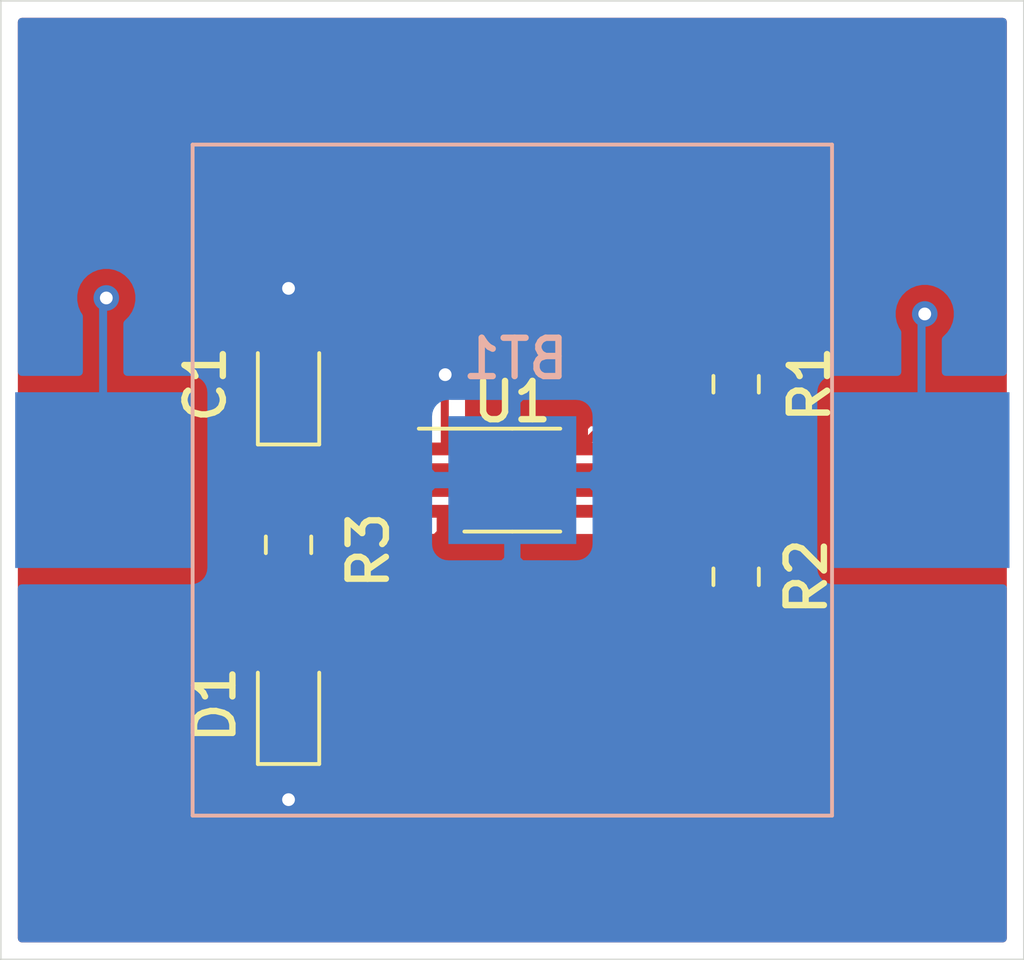
<source format=kicad_pcb>
(kicad_pcb (version 20171130) (host pcbnew "(5.1.6)-1")

  (general
    (thickness 1.6)
    (drawings 4)
    (tracks 29)
    (zones 0)
    (modules 7)
    (nets 7)
  )

  (page A4)
  (layers
    (0 F.Cu signal)
    (31 B.Cu signal)
    (32 B.Adhes user)
    (33 F.Adhes user)
    (34 B.Paste user)
    (35 F.Paste user)
    (36 B.SilkS user)
    (37 F.SilkS user)
    (38 B.Mask user)
    (39 F.Mask user)
    (40 Dwgs.User user)
    (41 Cmts.User user)
    (42 Eco1.User user)
    (43 Eco2.User user)
    (44 Edge.Cuts user)
    (45 Margin user)
    (46 B.CrtYd user)
    (47 F.CrtYd user)
    (48 B.Fab user hide)
    (49 F.Fab user hide)
  )

  (setup
    (last_trace_width 0.25)
    (trace_clearance 0.2)
    (zone_clearance 0.508)
    (zone_45_only no)
    (trace_min 0.2)
    (via_size 0.8)
    (via_drill 0.4)
    (via_min_size 0.4)
    (via_min_drill 0.3)
    (uvia_size 0.3)
    (uvia_drill 0.1)
    (uvias_allowed no)
    (uvia_min_size 0.2)
    (uvia_min_drill 0.1)
    (edge_width 0.05)
    (segment_width 0.2)
    (pcb_text_width 0.3)
    (pcb_text_size 1.5 1.5)
    (mod_edge_width 0.12)
    (mod_text_size 1.2 1.2)
    (mod_text_width 0.2)
    (pad_size 1.524 1.524)
    (pad_drill 0.762)
    (pad_to_mask_clearance 0.05)
    (aux_axis_origin 0 0)
    (visible_elements 7FFFFFFF)
    (pcbplotparams
      (layerselection 0x010fc_ffffffff)
      (usegerberextensions false)
      (usegerberattributes true)
      (usegerberadvancedattributes true)
      (creategerberjobfile true)
      (excludeedgelayer true)
      (linewidth 0.100000)
      (plotframeref false)
      (viasonmask false)
      (mode 1)
      (useauxorigin false)
      (hpglpennumber 1)
      (hpglpenspeed 20)
      (hpglpendiameter 15.000000)
      (psnegative false)
      (psa4output false)
      (plotreference true)
      (plotvalue false)
      (plotinvisibletext false)
      (padsonsilk false)
      (subtractmaskfromsilk false)
      (outputformat 1)
      (mirror false)
      (drillshape 0)
      (scaleselection 1)
      (outputdirectory "Tutorial Gerber/"))
  )

  (net 0 "")
  (net 1 GND)
  (net 2 "Net-(C1-Pad1)")
  (net 3 "Net-(D1-Pad2)")
  (net 4 "Net-(R1-Pad2)")
  (net 5 "Net-(R3-Pad1)")
  (net 6 /VDD)

  (net_class Default "This is the default net class."
    (clearance 0.2)
    (trace_width 0.25)
    (via_dia 0.8)
    (via_drill 0.4)
    (uvia_dia 0.3)
    (uvia_drill 0.1)
    (add_net /VDD)
    (add_net GND)
    (add_net "Net-(C1-Pad1)")
    (add_net "Net-(D1-Pad2)")
    (add_net "Net-(R1-Pad2)")
    (add_net "Net-(R3-Pad1)")
  )

  (module Package_SO:MSOP-8_3x3mm_P0.65mm (layer F.Cu) (tedit 5E509FDD) (tstamp 5F57775C)
    (at 161 87)
    (descr "MSOP, 8 Pin (https://www.jedec.org/system/files/docs/mo-187F.pdf variant AA), generated with kicad-footprint-generator ipc_gullwing_generator.py")
    (tags "MSOP SO")
    (path /5F56E10D)
    (attr smd)
    (fp_text reference U1 (at 0 -2.45) (layer F.SilkS)
      (effects (font (size 1.2 1.2) (thickness 0.2)))
    )
    (fp_text value 7555 (at 0 2.45) (layer F.Fab) hide
      (effects (font (size 1 1) (thickness 0.15)))
    )
    (fp_line (start 3.18 -1.75) (end -3.18 -1.75) (layer F.CrtYd) (width 0.05))
    (fp_line (start 3.18 1.75) (end 3.18 -1.75) (layer F.CrtYd) (width 0.05))
    (fp_line (start -3.18 1.75) (end 3.18 1.75) (layer F.CrtYd) (width 0.05))
    (fp_line (start -3.18 -1.75) (end -3.18 1.75) (layer F.CrtYd) (width 0.05))
    (fp_line (start -1.5 -0.75) (end -0.75 -1.5) (layer F.Fab) (width 0.1))
    (fp_line (start -1.5 1.5) (end -1.5 -0.75) (layer F.Fab) (width 0.1))
    (fp_line (start 1.5 1.5) (end -1.5 1.5) (layer F.Fab) (width 0.1))
    (fp_line (start 1.5 -1.5) (end 1.5 1.5) (layer F.Fab) (width 0.1))
    (fp_line (start -0.75 -1.5) (end 1.5 -1.5) (layer F.Fab) (width 0.1))
    (fp_line (start 0 -1.61) (end -2.925 -1.61) (layer F.SilkS) (width 0.12))
    (fp_line (start 0 -1.61) (end 1.5 -1.61) (layer F.SilkS) (width 0.12))
    (fp_line (start 0 1.61) (end -1.5 1.61) (layer F.SilkS) (width 0.12))
    (fp_line (start 0 1.61) (end 1.5 1.61) (layer F.SilkS) (width 0.12))
    (fp_text user %R (at 0 0) (layer F.Fab)
      (effects (font (size 1 1) (thickness 0.15)))
    )
    (pad 8 smd roundrect (at 2.1125 -0.975) (size 1.625 0.4) (layers F.Cu F.Paste F.Mask) (roundrect_rratio 0.25)
      (net 6 /VDD))
    (pad 7 smd roundrect (at 2.1125 -0.325) (size 1.625 0.4) (layers F.Cu F.Paste F.Mask) (roundrect_rratio 0.25)
      (net 4 "Net-(R1-Pad2)"))
    (pad 6 smd roundrect (at 2.1125 0.325) (size 1.625 0.4) (layers F.Cu F.Paste F.Mask) (roundrect_rratio 0.25)
      (net 2 "Net-(C1-Pad1)"))
    (pad 5 smd roundrect (at 2.1125 0.975) (size 1.625 0.4) (layers F.Cu F.Paste F.Mask) (roundrect_rratio 0.25))
    (pad 4 smd roundrect (at -2.1125 0.975) (size 1.625 0.4) (layers F.Cu F.Paste F.Mask) (roundrect_rratio 0.25)
      (net 6 /VDD))
    (pad 3 smd roundrect (at -2.1125 0.325) (size 1.625 0.4) (layers F.Cu F.Paste F.Mask) (roundrect_rratio 0.25)
      (net 5 "Net-(R3-Pad1)"))
    (pad 2 smd roundrect (at -2.1125 -0.325) (size 1.625 0.4) (layers F.Cu F.Paste F.Mask) (roundrect_rratio 0.25)
      (net 2 "Net-(C1-Pad1)"))
    (pad 1 smd roundrect (at -2.1125 -0.975) (size 1.625 0.4) (layers F.Cu F.Paste F.Mask) (roundrect_rratio 0.25)
      (net 1 GND))
    (model ${KISYS3DMOD}/Package_SO.3dshapes/MSOP-8_3x3mm_P0.65mm.wrl
      (at (xyz 0 0 0))
      (scale (xyz 1 1 1))
      (rotate (xyz 0 0 0))
    )
  )

  (module Resistor_SMD:R_0805_2012Metric_Pad1.15x1.40mm_HandSolder (layer F.Cu) (tedit 5B36C52B) (tstamp 5F573810)
    (at 154 89.025 270)
    (descr "Resistor SMD 0805 (2012 Metric), square (rectangular) end terminal, IPC_7351 nominal with elongated pad for handsoldering. (Body size source: https://docs.google.com/spreadsheets/d/1BsfQQcO9C6DZCsRaXUlFlo91Tg2WpOkGARC1WS5S8t0/edit?usp=sharing), generated with kicad-footprint-generator")
    (tags "resistor handsolder")
    (path /5F570CF9)
    (attr smd)
    (fp_text reference R3 (at 0.175 -2.5 90) (layer F.SilkS)
      (effects (font (size 1.2 1.2) (thickness 0.2)))
    )
    (fp_text value 1K (at 0 1.65 90) (layer F.Fab) hide
      (effects (font (size 1 1) (thickness 0.15)))
    )
    (fp_line (start 1.85 0.95) (end -1.85 0.95) (layer F.CrtYd) (width 0.05))
    (fp_line (start 1.85 -0.95) (end 1.85 0.95) (layer F.CrtYd) (width 0.05))
    (fp_line (start -1.85 -0.95) (end 1.85 -0.95) (layer F.CrtYd) (width 0.05))
    (fp_line (start -1.85 0.95) (end -1.85 -0.95) (layer F.CrtYd) (width 0.05))
    (fp_line (start -0.261252 0.71) (end 0.261252 0.71) (layer F.SilkS) (width 0.12))
    (fp_line (start -0.261252 -0.71) (end 0.261252 -0.71) (layer F.SilkS) (width 0.12))
    (fp_line (start 1 0.6) (end -1 0.6) (layer F.Fab) (width 0.1))
    (fp_line (start 1 -0.6) (end 1 0.6) (layer F.Fab) (width 0.1))
    (fp_line (start -1 -0.6) (end 1 -0.6) (layer F.Fab) (width 0.1))
    (fp_line (start -1 0.6) (end -1 -0.6) (layer F.Fab) (width 0.1))
    (fp_text user %R (at 0 0 90) (layer F.Fab)
      (effects (font (size 1 1) (thickness 0.15)))
    )
    (pad 2 smd roundrect (at 1.025 0 270) (size 1.15 1.4) (layers F.Cu F.Paste F.Mask) (roundrect_rratio 0.217391)
      (net 3 "Net-(D1-Pad2)"))
    (pad 1 smd roundrect (at -1.025 0 270) (size 1.15 1.4) (layers F.Cu F.Paste F.Mask) (roundrect_rratio 0.217391)
      (net 5 "Net-(R3-Pad1)"))
    (model ${KISYS3DMOD}/Resistor_SMD.3dshapes/R_0805_2012Metric.wrl
      (at (xyz 0 0 0))
      (scale (xyz 1 1 1))
      (rotate (xyz 0 0 0))
    )
  )

  (module Resistor_SMD:R_0805_2012Metric_Pad1.15x1.40mm_HandSolder (layer F.Cu) (tedit 5B36C52B) (tstamp 5F5737FF)
    (at 168 90.025 270)
    (descr "Resistor SMD 0805 (2012 Metric), square (rectangular) end terminal, IPC_7351 nominal with elongated pad for handsoldering. (Body size source: https://docs.google.com/spreadsheets/d/1BsfQQcO9C6DZCsRaXUlFlo91Tg2WpOkGARC1WS5S8t0/edit?usp=sharing), generated with kicad-footprint-generator")
    (tags "resistor handsolder")
    (path /5F5709CB)
    (attr smd)
    (fp_text reference R2 (at 0 -2.2 90) (layer F.SilkS)
      (effects (font (size 1.2 1.2) (thickness 0.2)))
    )
    (fp_text value 470K (at 0 1.65 90) (layer F.Fab) hide
      (effects (font (size 1 1) (thickness 0.15)))
    )
    (fp_line (start 1.85 0.95) (end -1.85 0.95) (layer F.CrtYd) (width 0.05))
    (fp_line (start 1.85 -0.95) (end 1.85 0.95) (layer F.CrtYd) (width 0.05))
    (fp_line (start -1.85 -0.95) (end 1.85 -0.95) (layer F.CrtYd) (width 0.05))
    (fp_line (start -1.85 0.95) (end -1.85 -0.95) (layer F.CrtYd) (width 0.05))
    (fp_line (start -0.261252 0.71) (end 0.261252 0.71) (layer F.SilkS) (width 0.12))
    (fp_line (start -0.261252 -0.71) (end 0.261252 -0.71) (layer F.SilkS) (width 0.12))
    (fp_line (start 1 0.6) (end -1 0.6) (layer F.Fab) (width 0.1))
    (fp_line (start 1 -0.6) (end 1 0.6) (layer F.Fab) (width 0.1))
    (fp_line (start -1 -0.6) (end 1 -0.6) (layer F.Fab) (width 0.1))
    (fp_line (start -1 0.6) (end -1 -0.6) (layer F.Fab) (width 0.1))
    (fp_text user %R (at 0 0 90) (layer F.Fab)
      (effects (font (size 1 1) (thickness 0.15)))
    )
    (pad 2 smd roundrect (at 1.025 0 270) (size 1.15 1.4) (layers F.Cu F.Paste F.Mask) (roundrect_rratio 0.217391)
      (net 2 "Net-(C1-Pad1)"))
    (pad 1 smd roundrect (at -1.025 0 270) (size 1.15 1.4) (layers F.Cu F.Paste F.Mask) (roundrect_rratio 0.217391)
      (net 4 "Net-(R1-Pad2)"))
    (model ${KISYS3DMOD}/Resistor_SMD.3dshapes/R_0805_2012Metric.wrl
      (at (xyz 0 0 0))
      (scale (xyz 1 1 1))
      (rotate (xyz 0 0 0))
    )
  )

  (module Resistor_SMD:R_0805_2012Metric_Pad1.15x1.40mm_HandSolder (layer F.Cu) (tedit 5B36C52B) (tstamp 5F5737EE)
    (at 168 84 270)
    (descr "Resistor SMD 0805 (2012 Metric), square (rectangular) end terminal, IPC_7351 nominal with elongated pad for handsoldering. (Body size source: https://docs.google.com/spreadsheets/d/1BsfQQcO9C6DZCsRaXUlFlo91Tg2WpOkGARC1WS5S8t0/edit?usp=sharing), generated with kicad-footprint-generator")
    (tags "resistor handsolder")
    (path /5F56FD10)
    (attr smd)
    (fp_text reference R1 (at 0 -2.3 90) (layer F.SilkS)
      (effects (font (size 1.2 1.2) (thickness 0.2)))
    )
    (fp_text value 1K (at 0 1.65 90) (layer F.Fab) hide
      (effects (font (size 1 1) (thickness 0.15)))
    )
    (fp_line (start 1.85 0.95) (end -1.85 0.95) (layer F.CrtYd) (width 0.05))
    (fp_line (start 1.85 -0.95) (end 1.85 0.95) (layer F.CrtYd) (width 0.05))
    (fp_line (start -1.85 -0.95) (end 1.85 -0.95) (layer F.CrtYd) (width 0.05))
    (fp_line (start -1.85 0.95) (end -1.85 -0.95) (layer F.CrtYd) (width 0.05))
    (fp_line (start -0.261252 0.71) (end 0.261252 0.71) (layer F.SilkS) (width 0.12))
    (fp_line (start -0.261252 -0.71) (end 0.261252 -0.71) (layer F.SilkS) (width 0.12))
    (fp_line (start 1 0.6) (end -1 0.6) (layer F.Fab) (width 0.1))
    (fp_line (start 1 -0.6) (end 1 0.6) (layer F.Fab) (width 0.1))
    (fp_line (start -1 -0.6) (end 1 -0.6) (layer F.Fab) (width 0.1))
    (fp_line (start -1 0.6) (end -1 -0.6) (layer F.Fab) (width 0.1))
    (fp_text user %R (at 0 0 90) (layer F.Fab)
      (effects (font (size 1 1) (thickness 0.15)))
    )
    (pad 2 smd roundrect (at 1.025 0 270) (size 1.15 1.4) (layers F.Cu F.Paste F.Mask) (roundrect_rratio 0.217391)
      (net 4 "Net-(R1-Pad2)"))
    (pad 1 smd roundrect (at -1.025 0 270) (size 1.15 1.4) (layers F.Cu F.Paste F.Mask) (roundrect_rratio 0.217391)
      (net 6 /VDD))
    (model ${KISYS3DMOD}/Resistor_SMD.3dshapes/R_0805_2012Metric.wrl
      (at (xyz 0 0 0))
      (scale (xyz 1 1 1))
      (rotate (xyz 0 0 0))
    )
  )

  (module LED_SMD:LED_0805_2012Metric_Pad1.15x1.40mm_HandSolder (layer F.Cu) (tedit 5B4B45C9) (tstamp 5F5737DD)
    (at 154 94.025 90)
    (descr "LED SMD 0805 (2012 Metric), square (rectangular) end terminal, IPC_7351 nominal, (Body size source: https://docs.google.com/spreadsheets/d/1BsfQQcO9C6DZCsRaXUlFlo91Tg2WpOkGARC1WS5S8t0/edit?usp=sharing), generated with kicad-footprint-generator")
    (tags "LED handsolder")
    (path /5F571A30)
    (attr smd)
    (fp_text reference D1 (at 0 -2.3 90) (layer F.SilkS)
      (effects (font (size 1.2 1.2) (thickness 0.2)))
    )
    (fp_text value LED (at 0 1.65 90) (layer F.Fab) hide
      (effects (font (size 1 1) (thickness 0.15)))
    )
    (fp_line (start 1.85 0.95) (end -1.85 0.95) (layer F.CrtYd) (width 0.05))
    (fp_line (start 1.85 -0.95) (end 1.85 0.95) (layer F.CrtYd) (width 0.05))
    (fp_line (start -1.85 -0.95) (end 1.85 -0.95) (layer F.CrtYd) (width 0.05))
    (fp_line (start -1.85 0.95) (end -1.85 -0.95) (layer F.CrtYd) (width 0.05))
    (fp_line (start -1.86 0.96) (end 1 0.96) (layer F.SilkS) (width 0.12))
    (fp_line (start -1.86 -0.96) (end -1.86 0.96) (layer F.SilkS) (width 0.12))
    (fp_line (start 1 -0.96) (end -1.86 -0.96) (layer F.SilkS) (width 0.12))
    (fp_line (start 1 0.6) (end 1 -0.6) (layer F.Fab) (width 0.1))
    (fp_line (start -1 0.6) (end 1 0.6) (layer F.Fab) (width 0.1))
    (fp_line (start -1 -0.3) (end -1 0.6) (layer F.Fab) (width 0.1))
    (fp_line (start -0.7 -0.6) (end -1 -0.3) (layer F.Fab) (width 0.1))
    (fp_line (start 1 -0.6) (end -0.7 -0.6) (layer F.Fab) (width 0.1))
    (fp_text user %R (at 0 0 90) (layer F.Fab)
      (effects (font (size 1 1) (thickness 0.15)))
    )
    (pad 2 smd roundrect (at 1.025 0 90) (size 1.15 1.4) (layers F.Cu F.Paste F.Mask) (roundrect_rratio 0.217391)
      (net 3 "Net-(D1-Pad2)"))
    (pad 1 smd roundrect (at -1.025 0 90) (size 1.15 1.4) (layers F.Cu F.Paste F.Mask) (roundrect_rratio 0.217391)
      (net 1 GND))
    (model ${KISYS3DMOD}/LED_SMD.3dshapes/LED_0805_2012Metric.wrl
      (at (xyz 0 0 0))
      (scale (xyz 1 1 1))
      (rotate (xyz 0 0 0))
    )
  )

  (module LED_SMD:LED_0805_2012Metric_Pad1.15x1.40mm_HandSolder (layer F.Cu) (tedit 5B4B45C9) (tstamp 5F57AA4B)
    (at 154 84.025 90)
    (descr "LED SMD 0805 (2012 Metric), square (rectangular) end terminal, IPC_7351 nominal, (Body size source: https://docs.google.com/spreadsheets/d/1BsfQQcO9C6DZCsRaXUlFlo91Tg2WpOkGARC1WS5S8t0/edit?usp=sharing), generated with kicad-footprint-generator")
    (tags "LED handsolder")
    (path /5F571065)
    (attr smd)
    (fp_text reference C1 (at 0.025 -2.6 90) (layer F.SilkS)
      (effects (font (size 1.2 1.2) (thickness 0.2)))
    )
    (fp_text value 1U (at 0 1.65 90) (layer F.Fab) hide
      (effects (font (size 1 1) (thickness 0.15)))
    )
    (fp_line (start 1.85 0.95) (end -1.85 0.95) (layer F.CrtYd) (width 0.05))
    (fp_line (start 1.85 -0.95) (end 1.85 0.95) (layer F.CrtYd) (width 0.05))
    (fp_line (start -1.85 -0.95) (end 1.85 -0.95) (layer F.CrtYd) (width 0.05))
    (fp_line (start -1.85 0.95) (end -1.85 -0.95) (layer F.CrtYd) (width 0.05))
    (fp_line (start -1.86 0.96) (end 1 0.96) (layer F.SilkS) (width 0.12))
    (fp_line (start -1.86 -0.96) (end -1.86 0.96) (layer F.SilkS) (width 0.12))
    (fp_line (start 1 -0.96) (end -1.86 -0.96) (layer F.SilkS) (width 0.12))
    (fp_line (start 1 0.6) (end 1 -0.6) (layer F.Fab) (width 0.1))
    (fp_line (start -1 0.6) (end 1 0.6) (layer F.Fab) (width 0.1))
    (fp_line (start -1 -0.3) (end -1 0.6) (layer F.Fab) (width 0.1))
    (fp_line (start -0.7 -0.6) (end -1 -0.3) (layer F.Fab) (width 0.1))
    (fp_line (start 1 -0.6) (end -0.7 -0.6) (layer F.Fab) (width 0.1))
    (fp_text user %R (at 0 0 90) (layer F.Fab)
      (effects (font (size 1 1) (thickness 0.15)))
    )
    (pad 2 smd roundrect (at 1.025 0 90) (size 1.15 1.4) (layers F.Cu F.Paste F.Mask) (roundrect_rratio 0.217391)
      (net 1 GND))
    (pad 1 smd roundrect (at -1.025 0 90) (size 1.15 1.4) (layers F.Cu F.Paste F.Mask) (roundrect_rratio 0.217391)
      (net 2 "Net-(C1-Pad1)"))
    (model ${KISYS3DMOD}/LED_SMD.3dshapes/LED_0805_2012Metric.wrl
      (at (xyz 0 0 0))
      (scale (xyz 1 1 1))
      (rotate (xyz 0 0 0))
    )
  )

  (module Tutorial:S8211-46R (layer B.Cu) (tedit 5F56E17C) (tstamp 5F5737B7)
    (at 161 87)
    (path /5F572849)
    (fp_text reference BT1 (at 0.1 -3.8) (layer B.SilkS)
      (effects (font (size 1.2 1.2) (thickness 0.2)) (justify mirror))
    )
    (fp_text value CR2032 (at 0 2.54) (layer B.Fab) hide
      (effects (font (size 1 1) (thickness 0.15)) (justify mirror))
    )
    (fp_line (start 15.5 -13.5) (end -15.5 -13.5) (layer B.CrtYd) (width 0.12))
    (fp_line (start -15.5 -13.5) (end -15.5 0) (layer B.CrtYd) (width 0.12))
    (fp_line (start -15.5 0) (end -15.5 13.5) (layer B.CrtYd) (width 0.12))
    (fp_line (start -15.5 13.5) (end 15.5 13.5) (layer B.CrtYd) (width 0.12))
    (fp_line (start 15.5 13.5) (end 15.5 -13.5) (layer B.CrtYd) (width 0.12))
    (fp_line (start -10 10.5) (end 10 10.5) (layer B.SilkS) (width 0.12))
    (fp_line (start 10 10.5) (end 10 -10.5) (layer B.SilkS) (width 0.12))
    (fp_line (start 10 -10.5) (end -10 -10.5) (layer B.SilkS) (width 0.12))
    (fp_line (start -10 -10.5) (end -10 10.5) (layer B.SilkS) (width 0.12))
    (pad 1 smd rect (at 12.8 0) (size 5.5 5.5) (layers B.Cu B.Paste B.Mask)
      (net 6 /VDD))
    (pad 1 smd rect (at -12.8 0) (size 5.5 5.5) (layers B.Cu B.Paste B.Mask)
      (net 6 /VDD))
    (pad 2 smd rect (at 0 0) (size 4 4) (layers B.Cu B.Paste B.Mask)
      (net 1 GND))
  )

  (gr_line (start 177 72) (end 145 72) (layer Edge.Cuts) (width 0.05) (tstamp 5F57765E))
  (gr_line (start 177 102) (end 177 72) (layer Edge.Cuts) (width 0.05))
  (gr_line (start 145 102) (end 177 102) (layer Edge.Cuts) (width 0.05))
  (gr_line (start 145 72) (end 145 102) (layer Edge.Cuts) (width 0.05))

  (via (at 154 97) (size 0.8) (drill 0.4) (layers F.Cu B.Cu) (net 1))
  (segment (start 154 95.05) (end 154 97) (width 0.25) (layer F.Cu) (net 1))
  (via (at 154 81) (size 0.8) (drill 0.4) (layers F.Cu B.Cu) (net 1))
  (segment (start 154 83) (end 154 81) (width 0.25) (layer F.Cu) (net 1))
  (via (at 158.9 83.7) (size 0.8) (drill 0.4) (layers F.Cu B.Cu) (net 1))
  (segment (start 158.8875 86.025) (end 158.8875 83.7125) (width 0.25) (layer F.Cu) (net 1))
  (segment (start 158.8875 83.7125) (end 158.9 83.7) (width 0.25) (layer F.Cu) (net 1))
  (segment (start 155.625 86.675) (end 158.8875 86.675) (width 0.25) (layer F.Cu) (net 2))
  (segment (start 154 85.05) (end 155.625 86.675) (width 0.25) (layer F.Cu) (net 2))
  (segment (start 164.275 87.325) (end 163.1125 87.325) (width 0.25) (layer F.Cu) (net 2))
  (segment (start 168 91.05) (end 164.275 87.325) (width 0.25) (layer F.Cu) (net 2))
  (segment (start 159.651058 86.675) (end 158.8875 86.675) (width 0.25) (layer F.Cu) (net 2))
  (segment (start 160.301058 87.325) (end 159.651058 86.675) (width 0.25) (layer F.Cu) (net 2))
  (segment (start 163.1125 87.325) (end 160.301058 87.325) (width 0.25) (layer F.Cu) (net 2))
  (segment (start 154 93) (end 154 90.05) (width 0.25) (layer F.Cu) (net 3))
  (segment (start 168 85.025) (end 168 89) (width 0.25) (layer F.Cu) (net 4))
  (segment (start 166.35 86.675) (end 163.1125 86.675) (width 0.25) (layer F.Cu) (net 4))
  (segment (start 168 85.025) (end 166.35 86.675) (width 0.25) (layer F.Cu) (net 4))
  (segment (start 154.675 87.325) (end 158.8875 87.325) (width 0.25) (layer F.Cu) (net 5))
  (segment (start 154 88) (end 154.675 87.325) (width 0.25) (layer F.Cu) (net 5))
  (segment (start 166.1625 82.975) (end 163.1125 86.025) (width 0.25) (layer F.Cu) (net 6))
  (segment (start 168 82.975) (end 166.1625 82.975) (width 0.25) (layer F.Cu) (net 6))
  (segment (start 148.2 87) (end 148.2 81.4) (width 0.25) (layer B.Cu) (net 6))
  (via (at 148.3 81.3) (size 0.8) (drill 0.4) (layers F.Cu B.Cu) (net 6))
  (segment (start 148.2 81.4) (end 148.3 81.3) (width 0.25) (layer B.Cu) (net 6))
  (segment (start 173.8 87) (end 173.7 87.1) (width 0.25) (layer B.Cu) (net 6))
  (via (at 173.9 81.8) (size 0.8) (drill 0.4) (layers F.Cu B.Cu) (net 6))
  (segment (start 173.8 87) (end 173.8 81.9) (width 0.25) (layer B.Cu) (net 6))
  (segment (start 173.8 81.9) (end 173.9 81.8) (width 0.25) (layer B.Cu) (net 6))

  (zone (net 1) (net_name GND) (layer B.Cu) (tstamp 5F69D1B9) (hatch edge 0.508)
    (connect_pads (clearance 0.508))
    (min_thickness 0.254)
    (fill yes (arc_segments 32) (thermal_gap 0.508) (thermal_bridge_width 0.508))
    (polygon
      (pts
        (xy 177 102) (xy 145 102) (xy 145 72) (xy 177 72)
      )
    )
    (filled_polygon
      (pts
        (xy 176.340001 83.611928) (xy 174.56 83.611928) (xy 174.56 82.603711) (xy 174.703937 82.459774) (xy 174.817205 82.290256)
        (xy 174.895226 82.101898) (xy 174.935 81.901939) (xy 174.935 81.698061) (xy 174.895226 81.498102) (xy 174.817205 81.309744)
        (xy 174.703937 81.140226) (xy 174.559774 80.996063) (xy 174.390256 80.882795) (xy 174.201898 80.804774) (xy 174.001939 80.765)
        (xy 173.798061 80.765) (xy 173.598102 80.804774) (xy 173.409744 80.882795) (xy 173.240226 80.996063) (xy 173.096063 81.140226)
        (xy 172.982795 81.309744) (xy 172.904774 81.498102) (xy 172.865 81.698061) (xy 172.865 81.901939) (xy 172.904774 82.101898)
        (xy 172.982795 82.290256) (xy 173.040001 82.375871) (xy 173.040001 83.611928) (xy 171.05 83.611928) (xy 170.925518 83.624188)
        (xy 170.80582 83.660498) (xy 170.695506 83.719463) (xy 170.598815 83.798815) (xy 170.519463 83.895506) (xy 170.460498 84.00582)
        (xy 170.424188 84.125518) (xy 170.411928 84.25) (xy 170.411928 89.75) (xy 170.424188 89.874482) (xy 170.460498 89.99418)
        (xy 170.519463 90.104494) (xy 170.598815 90.201185) (xy 170.695506 90.280537) (xy 170.80582 90.339502) (xy 170.925518 90.375812)
        (xy 171.05 90.388072) (xy 176.34 90.388072) (xy 176.34 101.34) (xy 145.66 101.34) (xy 145.66 90.388072)
        (xy 150.95 90.388072) (xy 151.074482 90.375812) (xy 151.19418 90.339502) (xy 151.304494 90.280537) (xy 151.401185 90.201185)
        (xy 151.480537 90.104494) (xy 151.539502 89.99418) (xy 151.575812 89.874482) (xy 151.588072 89.75) (xy 151.588072 89)
        (xy 158.361928 89) (xy 158.374188 89.124482) (xy 158.410498 89.24418) (xy 158.469463 89.354494) (xy 158.548815 89.451185)
        (xy 158.645506 89.530537) (xy 158.75582 89.589502) (xy 158.875518 89.625812) (xy 159 89.638072) (xy 160.71425 89.635)
        (xy 160.873 89.47625) (xy 160.873 87.127) (xy 161.127 87.127) (xy 161.127 89.47625) (xy 161.28575 89.635)
        (xy 163 89.638072) (xy 163.124482 89.625812) (xy 163.24418 89.589502) (xy 163.354494 89.530537) (xy 163.451185 89.451185)
        (xy 163.530537 89.354494) (xy 163.589502 89.24418) (xy 163.625812 89.124482) (xy 163.638072 89) (xy 163.635 87.28575)
        (xy 163.47625 87.127) (xy 161.127 87.127) (xy 160.873 87.127) (xy 158.52375 87.127) (xy 158.365 87.28575)
        (xy 158.361928 89) (xy 151.588072 89) (xy 151.588072 85) (xy 158.361928 85) (xy 158.365 86.71425)
        (xy 158.52375 86.873) (xy 160.873 86.873) (xy 160.873 84.52375) (xy 161.127 84.52375) (xy 161.127 86.873)
        (xy 163.47625 86.873) (xy 163.635 86.71425) (xy 163.638072 85) (xy 163.625812 84.875518) (xy 163.589502 84.75582)
        (xy 163.530537 84.645506) (xy 163.451185 84.548815) (xy 163.354494 84.469463) (xy 163.24418 84.410498) (xy 163.124482 84.374188)
        (xy 163 84.361928) (xy 161.28575 84.365) (xy 161.127 84.52375) (xy 160.873 84.52375) (xy 160.71425 84.365)
        (xy 159 84.361928) (xy 158.875518 84.374188) (xy 158.75582 84.410498) (xy 158.645506 84.469463) (xy 158.548815 84.548815)
        (xy 158.469463 84.645506) (xy 158.410498 84.75582) (xy 158.374188 84.875518) (xy 158.361928 85) (xy 151.588072 85)
        (xy 151.588072 84.25) (xy 151.575812 84.125518) (xy 151.539502 84.00582) (xy 151.480537 83.895506) (xy 151.401185 83.798815)
        (xy 151.304494 83.719463) (xy 151.19418 83.660498) (xy 151.074482 83.624188) (xy 150.95 83.611928) (xy 148.96 83.611928)
        (xy 148.96 82.103711) (xy 149.103937 81.959774) (xy 149.217205 81.790256) (xy 149.295226 81.601898) (xy 149.335 81.401939)
        (xy 149.335 81.198061) (xy 149.295226 80.998102) (xy 149.217205 80.809744) (xy 149.103937 80.640226) (xy 148.959774 80.496063)
        (xy 148.790256 80.382795) (xy 148.601898 80.304774) (xy 148.401939 80.265) (xy 148.198061 80.265) (xy 147.998102 80.304774)
        (xy 147.809744 80.382795) (xy 147.640226 80.496063) (xy 147.496063 80.640226) (xy 147.382795 80.809744) (xy 147.304774 80.998102)
        (xy 147.265 81.198061) (xy 147.265 81.401939) (xy 147.304774 81.601898) (xy 147.382795 81.790256) (xy 147.440001 81.875871)
        (xy 147.440001 83.611928) (xy 145.66 83.611928) (xy 145.66 72.66) (xy 176.340001 72.66)
      )
    )
  )
  (zone (net 6) (net_name /VDD) (layer F.Cu) (tstamp 5F69D1B6) (hatch edge 0.508)
    (connect_pads (clearance 0.508))
    (min_thickness 0.254)
    (fill yes (arc_segments 32) (thermal_gap 0.508) (thermal_bridge_width 0.508))
    (polygon
      (pts
        (xy 177 102) (xy 145 102) (xy 145 72) (xy 177 72)
      )
    )
    (filled_polygon
      (pts
        (xy 176.34 101.34) (xy 145.66 101.34) (xy 145.66 82.674999) (xy 152.661928 82.674999) (xy 152.661928 83.325001)
        (xy 152.678992 83.498255) (xy 152.729528 83.664851) (xy 152.811595 83.818387) (xy 152.922038 83.952962) (xy 153.009816 84.025)
        (xy 152.922038 84.097038) (xy 152.811595 84.231613) (xy 152.729528 84.385149) (xy 152.678992 84.551745) (xy 152.661928 84.724999)
        (xy 152.661928 85.375001) (xy 152.678992 85.548255) (xy 152.729528 85.714851) (xy 152.811595 85.868387) (xy 152.922038 86.002962)
        (xy 153.056613 86.113405) (xy 153.210149 86.195472) (xy 153.376745 86.246008) (xy 153.549999 86.263072) (xy 154.138271 86.263072)
        (xy 154.468609 86.59341) (xy 154.409581 86.611316) (xy 154.382753 86.619454) (xy 154.250723 86.690026) (xy 154.234788 86.703104)
        (xy 154.134999 86.784999) (xy 154.133416 86.786928) (xy 153.549999 86.786928) (xy 153.376745 86.803992) (xy 153.210149 86.854528)
        (xy 153.056613 86.936595) (xy 152.922038 87.047038) (xy 152.811595 87.181613) (xy 152.729528 87.335149) (xy 152.678992 87.501745)
        (xy 152.661928 87.674999) (xy 152.661928 88.325001) (xy 152.678992 88.498255) (xy 152.729528 88.664851) (xy 152.811595 88.818387)
        (xy 152.922038 88.952962) (xy 153.009816 89.025) (xy 152.922038 89.097038) (xy 152.811595 89.231613) (xy 152.729528 89.385149)
        (xy 152.678992 89.551745) (xy 152.661928 89.724999) (xy 152.661928 90.375001) (xy 152.678992 90.548255) (xy 152.729528 90.714851)
        (xy 152.811595 90.868387) (xy 152.922038 91.002962) (xy 153.056613 91.113405) (xy 153.210149 91.195472) (xy 153.240001 91.204527)
        (xy 153.24 91.845473) (xy 153.210149 91.854528) (xy 153.056613 91.936595) (xy 152.922038 92.047038) (xy 152.811595 92.181613)
        (xy 152.729528 92.335149) (xy 152.678992 92.501745) (xy 152.661928 92.674999) (xy 152.661928 93.325001) (xy 152.678992 93.498255)
        (xy 152.729528 93.664851) (xy 152.811595 93.818387) (xy 152.922038 93.952962) (xy 153.009816 94.025) (xy 152.922038 94.097038)
        (xy 152.811595 94.231613) (xy 152.729528 94.385149) (xy 152.678992 94.551745) (xy 152.661928 94.724999) (xy 152.661928 95.375001)
        (xy 152.678992 95.548255) (xy 152.729528 95.714851) (xy 152.811595 95.868387) (xy 152.922038 96.002962) (xy 153.056613 96.113405)
        (xy 153.210149 96.195472) (xy 153.240001 96.204527) (xy 153.240001 96.296288) (xy 153.196063 96.340226) (xy 153.082795 96.509744)
        (xy 153.004774 96.698102) (xy 152.965 96.898061) (xy 152.965 97.101939) (xy 153.004774 97.301898) (xy 153.082795 97.490256)
        (xy 153.196063 97.659774) (xy 153.340226 97.803937) (xy 153.509744 97.917205) (xy 153.698102 97.995226) (xy 153.898061 98.035)
        (xy 154.101939 98.035) (xy 154.301898 97.995226) (xy 154.490256 97.917205) (xy 154.659774 97.803937) (xy 154.803937 97.659774)
        (xy 154.917205 97.490256) (xy 154.995226 97.301898) (xy 155.035 97.101939) (xy 155.035 96.898061) (xy 154.995226 96.698102)
        (xy 154.917205 96.509744) (xy 154.803937 96.340226) (xy 154.76 96.296289) (xy 154.76 96.204527) (xy 154.789851 96.195472)
        (xy 154.943387 96.113405) (xy 155.077962 96.002962) (xy 155.188405 95.868387) (xy 155.270472 95.714851) (xy 155.321008 95.548255)
        (xy 155.338072 95.375001) (xy 155.338072 94.724999) (xy 155.321008 94.551745) (xy 155.270472 94.385149) (xy 155.188405 94.231613)
        (xy 155.077962 94.097038) (xy 154.990184 94.025) (xy 155.077962 93.952962) (xy 155.188405 93.818387) (xy 155.270472 93.664851)
        (xy 155.321008 93.498255) (xy 155.338072 93.325001) (xy 155.338072 92.674999) (xy 155.321008 92.501745) (xy 155.270472 92.335149)
        (xy 155.188405 92.181613) (xy 155.077962 92.047038) (xy 154.943387 91.936595) (xy 154.789851 91.854528) (xy 154.76 91.845473)
        (xy 154.76 91.204527) (xy 154.789851 91.195472) (xy 154.943387 91.113405) (xy 155.077962 91.002962) (xy 155.188405 90.868387)
        (xy 155.270472 90.714851) (xy 155.321008 90.548255) (xy 155.338072 90.375001) (xy 155.338072 89.724999) (xy 155.321008 89.551745)
        (xy 155.270472 89.385149) (xy 155.188405 89.231613) (xy 155.077962 89.097038) (xy 154.990184 89.025) (xy 155.077962 88.952962)
        (xy 155.188405 88.818387) (xy 155.270472 88.664851) (xy 155.321008 88.498255) (xy 155.338072 88.325001) (xy 155.338072 88.085)
        (xy 157.44 88.085) (xy 157.44 88.102002) (xy 157.544748 88.102002) (xy 157.44 88.20675) (xy 157.450999 88.30826)
        (xy 157.488987 88.427436) (xy 157.549495 88.536911) (xy 157.630197 88.632478) (xy 157.727994 88.710465) (xy 157.839125 88.767874)
        (xy 157.959322 88.802499) (xy 158.083963 88.813009) (xy 158.60175 88.81) (xy 158.7605 88.65125) (xy 158.7605 88.163072)
        (xy 159.0145 88.163072) (xy 159.0145 88.65125) (xy 159.17325 88.81) (xy 159.691037 88.813009) (xy 159.815678 88.802499)
        (xy 159.935875 88.767874) (xy 160.047006 88.710465) (xy 160.144803 88.632478) (xy 160.225505 88.536911) (xy 160.286013 88.427436)
        (xy 160.324001 88.30826) (xy 160.335 88.20675) (xy 160.230252 88.102002) (xy 160.335 88.102002) (xy 160.335 88.085333)
        (xy 160.338381 88.085) (xy 161.662913 88.085) (xy 161.67611 88.218991) (xy 161.71811 88.357448) (xy 161.786316 88.485051)
        (xy 161.878104 88.596896) (xy 161.989949 88.688684) (xy 162.117552 88.75689) (xy 162.256009 88.79889) (xy 162.4 88.813072)
        (xy 163.825 88.813072) (xy 163.968991 88.79889) (xy 164.107448 88.75689) (xy 164.235051 88.688684) (xy 164.346896 88.596896)
        (xy 164.40333 88.528131) (xy 166.661928 90.78673) (xy 166.661928 91.375001) (xy 166.678992 91.548255) (xy 166.729528 91.714851)
        (xy 166.811595 91.868387) (xy 166.922038 92.002962) (xy 167.056613 92.113405) (xy 167.210149 92.195472) (xy 167.376745 92.246008)
        (xy 167.549999 92.263072) (xy 168.450001 92.263072) (xy 168.623255 92.246008) (xy 168.789851 92.195472) (xy 168.943387 92.113405)
        (xy 169.077962 92.002962) (xy 169.188405 91.868387) (xy 169.270472 91.714851) (xy 169.321008 91.548255) (xy 169.338072 91.375001)
        (xy 169.338072 90.724999) (xy 169.321008 90.551745) (xy 169.270472 90.385149) (xy 169.188405 90.231613) (xy 169.077962 90.097038)
        (xy 168.990184 90.025) (xy 169.077962 89.952962) (xy 169.188405 89.818387) (xy 169.270472 89.664851) (xy 169.321008 89.498255)
        (xy 169.338072 89.325001) (xy 169.338072 88.674999) (xy 169.321008 88.501745) (xy 169.270472 88.335149) (xy 169.188405 88.181613)
        (xy 169.077962 88.047038) (xy 168.943387 87.936595) (xy 168.789851 87.854528) (xy 168.76 87.845473) (xy 168.76 86.179527)
        (xy 168.789851 86.170472) (xy 168.943387 86.088405) (xy 169.077962 85.977962) (xy 169.188405 85.843387) (xy 169.270472 85.689851)
        (xy 169.321008 85.523255) (xy 169.338072 85.350001) (xy 169.338072 84.699999) (xy 169.321008 84.526745) (xy 169.270472 84.360149)
        (xy 169.188405 84.206613) (xy 169.077962 84.072038) (xy 169.071406 84.066658) (xy 169.151185 84.001185) (xy 169.230537 83.904494)
        (xy 169.289502 83.79418) (xy 169.325812 83.674482) (xy 169.338072 83.55) (xy 169.335 83.26075) (xy 169.17625 83.102)
        (xy 168.127 83.102) (xy 168.127 83.122) (xy 167.873 83.122) (xy 167.873 83.102) (xy 166.82375 83.102)
        (xy 166.665 83.26075) (xy 166.661928 83.55) (xy 166.674188 83.674482) (xy 166.710498 83.79418) (xy 166.769463 83.904494)
        (xy 166.848815 84.001185) (xy 166.928594 84.066658) (xy 166.922038 84.072038) (xy 166.811595 84.206613) (xy 166.729528 84.360149)
        (xy 166.678992 84.526745) (xy 166.661928 84.699999) (xy 166.661928 85.28827) (xy 166.035199 85.915) (xy 164.56 85.915)
        (xy 164.56 85.897998) (xy 164.455252 85.897998) (xy 164.56 85.79325) (xy 164.549001 85.69174) (xy 164.511013 85.572564)
        (xy 164.450505 85.463089) (xy 164.369803 85.367522) (xy 164.272006 85.289535) (xy 164.160875 85.232126) (xy 164.040678 85.197501)
        (xy 163.916037 85.186991) (xy 163.39825 85.19) (xy 163.2395 85.34875) (xy 163.2395 85.836928) (xy 162.9855 85.836928)
        (xy 162.9855 85.34875) (xy 162.82675 85.19) (xy 162.308963 85.186991) (xy 162.184322 85.197501) (xy 162.064125 85.232126)
        (xy 161.952994 85.289535) (xy 161.855197 85.367522) (xy 161.774495 85.463089) (xy 161.713987 85.572564) (xy 161.675999 85.69174)
        (xy 161.665 85.79325) (xy 161.82375 85.952) (xy 162.007378 85.952) (xy 161.989949 85.961316) (xy 161.878104 86.053104)
        (xy 161.841259 86.098) (xy 161.82375 86.098) (xy 161.665 86.25675) (xy 161.675999 86.35826) (xy 161.687363 86.393912)
        (xy 161.67611 86.431009) (xy 161.662913 86.565) (xy 160.61586 86.565) (xy 160.32295 86.272091) (xy 160.32389 86.268991)
        (xy 160.338072 86.125) (xy 160.338072 85.925) (xy 160.32389 85.781009) (xy 160.28189 85.642552) (xy 160.213684 85.514949)
        (xy 160.121896 85.403104) (xy 160.010051 85.311316) (xy 159.882448 85.24311) (xy 159.743991 85.20111) (xy 159.6475 85.191606)
        (xy 159.6475 84.416211) (xy 159.703937 84.359774) (xy 159.817205 84.190256) (xy 159.895226 84.001898) (xy 159.935 83.801939)
        (xy 159.935 83.598061) (xy 159.895226 83.398102) (xy 159.817205 83.209744) (xy 159.703937 83.040226) (xy 159.559774 82.896063)
        (xy 159.390256 82.782795) (xy 159.201898 82.704774) (xy 159.001939 82.665) (xy 158.798061 82.665) (xy 158.598102 82.704774)
        (xy 158.409744 82.782795) (xy 158.240226 82.896063) (xy 158.096063 83.040226) (xy 157.982795 83.209744) (xy 157.904774 83.398102)
        (xy 157.865 83.598061) (xy 157.865 83.801939) (xy 157.904774 84.001898) (xy 157.982795 84.190256) (xy 158.096063 84.359774)
        (xy 158.127501 84.391212) (xy 158.1275 85.191606) (xy 158.031009 85.20111) (xy 157.892552 85.24311) (xy 157.764949 85.311316)
        (xy 157.653104 85.403104) (xy 157.561316 85.514949) (xy 157.49311 85.642552) (xy 157.45111 85.781009) (xy 157.437913 85.915)
        (xy 155.939802 85.915) (xy 155.338072 85.313271) (xy 155.338072 84.724999) (xy 155.321008 84.551745) (xy 155.270472 84.385149)
        (xy 155.188405 84.231613) (xy 155.077962 84.097038) (xy 154.990184 84.025) (xy 155.077962 83.952962) (xy 155.188405 83.818387)
        (xy 155.270472 83.664851) (xy 155.321008 83.498255) (xy 155.338072 83.325001) (xy 155.338072 82.674999) (xy 155.321008 82.501745)
        (xy 155.290145 82.4) (xy 166.661928 82.4) (xy 166.665 82.68925) (xy 166.82375 82.848) (xy 167.873 82.848)
        (xy 167.873 81.92375) (xy 168.127 81.92375) (xy 168.127 82.848) (xy 169.17625 82.848) (xy 169.335 82.68925)
        (xy 169.338072 82.4) (xy 169.325812 82.275518) (xy 169.289502 82.15582) (xy 169.230537 82.045506) (xy 169.151185 81.948815)
        (xy 169.054494 81.869463) (xy 168.94418 81.810498) (xy 168.824482 81.774188) (xy 168.7 81.761928) (xy 168.28575 81.765)
        (xy 168.127 81.92375) (xy 167.873 81.92375) (xy 167.71425 81.765) (xy 167.3 81.761928) (xy 167.175518 81.774188)
        (xy 167.05582 81.810498) (xy 166.945506 81.869463) (xy 166.848815 81.948815) (xy 166.769463 82.045506) (xy 166.710498 82.15582)
        (xy 166.674188 82.275518) (xy 166.661928 82.4) (xy 155.290145 82.4) (xy 155.270472 82.335149) (xy 155.188405 82.181613)
        (xy 155.077962 82.047038) (xy 154.943387 81.936595) (xy 154.789851 81.854528) (xy 154.76 81.845473) (xy 154.76 81.703711)
        (xy 154.803937 81.659774) (xy 154.917205 81.490256) (xy 154.995226 81.301898) (xy 155.035 81.101939) (xy 155.035 80.898061)
        (xy 154.995226 80.698102) (xy 154.917205 80.509744) (xy 154.803937 80.340226) (xy 154.659774 80.196063) (xy 154.490256 80.082795)
        (xy 154.301898 80.004774) (xy 154.101939 79.965) (xy 153.898061 79.965) (xy 153.698102 80.004774) (xy 153.509744 80.082795)
        (xy 153.340226 80.196063) (xy 153.196063 80.340226) (xy 153.082795 80.509744) (xy 153.004774 80.698102) (xy 152.965 80.898061)
        (xy 152.965 81.101939) (xy 153.004774 81.301898) (xy 153.082795 81.490256) (xy 153.196063 81.659774) (xy 153.240001 81.703712)
        (xy 153.240001 81.845473) (xy 153.210149 81.854528) (xy 153.056613 81.936595) (xy 152.922038 82.047038) (xy 152.811595 82.181613)
        (xy 152.729528 82.335149) (xy 152.678992 82.501745) (xy 152.661928 82.674999) (xy 145.66 82.674999) (xy 145.66 72.66)
        (xy 176.340001 72.66)
      )
    )
  )
)

</source>
